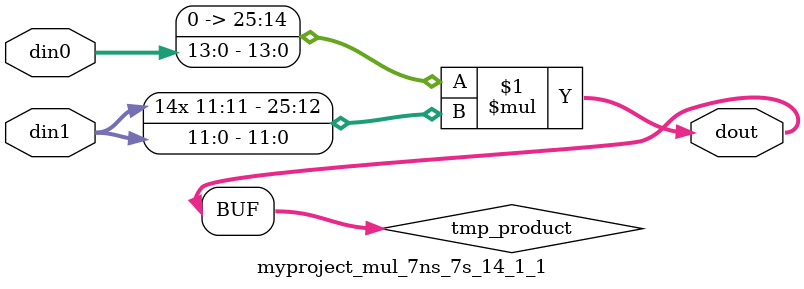
<source format=v>

`timescale 1 ns / 1 ps

 module myproject_mul_7ns_7s_14_1_1(din0, din1, dout);
parameter ID = 1;
parameter NUM_STAGE = 0;
parameter din0_WIDTH = 14;
parameter din1_WIDTH = 12;
parameter dout_WIDTH = 26;

input [din0_WIDTH - 1 : 0] din0; 
input [din1_WIDTH - 1 : 0] din1; 
output [dout_WIDTH - 1 : 0] dout;

wire signed [dout_WIDTH - 1 : 0] tmp_product;

























assign tmp_product = $signed({1'b0, din0}) * $signed(din1);










assign dout = tmp_product;





















endmodule

</source>
